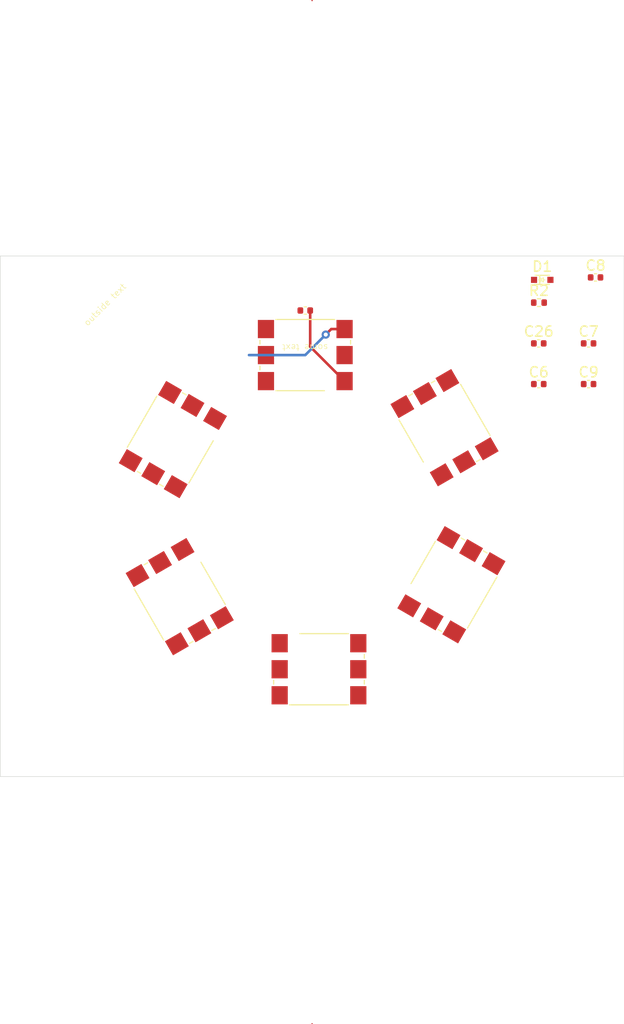
<source format=kicad_pcb>
(kicad_pcb (version 20221018) (generator pcbnew)
  (layers (0 "F.Cu" signal) (1 "In1.Cu" signal) (2 "In2.Cu" signal) (31 "B.Cu" signal) (34 "B.Paste" user) (35 "F.Paste" user) (36 "B.SilkS" user "B.Silkscreen") (37 "F.SilkS" user "F.Silkscreen") (38 "B.Mask" user) (39 "F.Mask" user) (44 "Edge.Cuts" user))
  (net 0 "")
  (net 1 "/SWs/DI")
  (net 2 "GND")
  (net 3 "+5V")
  (net 4 "/SWs/BI")
  (net 5 "/SWs/BO")
  (net 6 "/SWs/DO")
  (net 7 "/SWs1/DO")
  (net 8 "/SWs1/BO")
  (net 9 "/SWs2/BO")
  (net 10 "/SWs2/DO")
  (net 11 "/SWs4/DO")
  (net 12 "/SWs4/BO")
  (net 13 "/SWs5/BO")
  (net 14 "/SWs5/DO")
  (net 15 "/SWs3/DO")
  (net 16 "/SWs3/BO")
  (footprint "Transformer_SMD:Pulse_PA2004NL" (layer "F.Cu") (at 0.67 15.33)
    (fp_text reference "SW4" hide)
    (fp_text value "SW_DIP_x03")
    (fp_line (start -4.43 1.07) (end -4.43 1.45) (stroke (width 0.12)) (layer "F.SilkS"))
    (fp_line (start -2.87 3.475) (end 2.87 3.475) (stroke (width 0.12)) (layer "F.SilkS"))
    (fp_line (start -1.87 -3.475) (end 2.87 -3.475) (stroke (width 0.12)) (layer "F.SilkS"))
    (fp_line (start 4.43 -1.45) (end 4.43 -1.07) (stroke (width 0.12)) (layer "F.SilkS"))
    (fp_line (start 4.43 1.45) (end 4.43 1.07) (stroke (width 0.12)) (layer "F.SilkS"))
    (pad "1" smd rect (at -3.8425 -2.54) (size 1.585 1.78) (layers "F.Cu" "F.Paste" "F.Mask") (net 3 "+5V"))
    (pad "2" smd rect (at -3.8425 0) (size 1.585 1.78) (layers "F.Cu" "F.Paste" "F.Mask") (net 15 "/SWs3/DO"))
    (pad "3" smd rect (at -3.8425 2.54) (size 1.585 1.78) (layers "F.Cu" "F.Paste" "F.Mask") (net 16 "/SWs3/BO"))
    (pad "4" smd rect (at 3.8425 2.54) (size 1.585 1.78) (layers "F.Cu" "F.Paste" "F.Mask") (net 2 "GND"))
    (pad "5" smd rect (at 3.8425 0) (size 1.585 1.78) (layers "F.Cu" "F.Paste" "F.Mask") (net 12 "/SWs4/BO"))
    (pad "6" smd rect (at 3.8425 -2.54) (size 1.585 1.78) (layers "F.Cu" "F.Paste" "F.Mask") (net 11 "/SWs4/DO"))
  )
  (footprint "Transformer_SMD:Pulse_PA2004NL" (layer "F.Cu") (at 12.941169 -8.245237 120)
    (fp_text reference "SW6" hide)
    (fp_text value "SW_DIP_x03")
    (fp_line (start -4.43 1.07) (end -4.43 1.45) (stroke (width 0.12)) (layer "F.SilkS"))
    (fp_line (start -2.87 3.475) (end 2.87 3.475) (stroke (width 0.12)) (layer "F.SilkS"))
    (fp_line (start -1.87 -3.475) (end 2.87 -3.475) (stroke (width 0.12)) (layer "F.SilkS"))
    (fp_line (start 4.43 -1.45) (end 4.43 -1.07) (stroke (width 0.12)) (layer "F.SilkS"))
    (fp_line (start 4.43 1.45) (end 4.43 1.07) (stroke (width 0.12)) (layer "F.SilkS"))
    (pad "1" smd rect (at -3.8425 -2.54 120) (size 1.585 1.78) (layers "F.Cu" "F.Paste" "F.Mask") (net 3 "+5V"))
    (pad "2" smd rect (at -3.8425 0 120) (size 1.585 1.78) (layers "F.Cu" "F.Paste" "F.Mask") (net 6 "/SWs/DO"))
    (pad "3" smd rect (at -3.8425 2.54 120) (size 1.585 1.78) (layers "F.Cu" "F.Paste" "F.Mask") (net 5 "/SWs/BO"))
    (pad "4" smd rect (at 3.8425 2.54 120) (size 1.585 1.78) (layers "F.Cu" "F.Paste" "F.Mask") (net 2 "GND"))
    (pad "5" smd rect (at 3.8425 0 120) (size 1.585 1.78) (layers "F.Cu" "F.Paste" "F.Mask") (net 8 "/SWs1/BO"))
    (pad "6" smd rect (at 3.8425 -2.54 120) (size 1.585 1.78) (layers "F.Cu" "F.Paste" "F.Mask") (net 7 "/SWs1/DO"))
  )
  (footprint "Capacitor_SMD:C_0402_1005Metric" (layer "F.Cu") (at 27.02 -12.5)
    (fp_text reference "C9" (at 0 -1.16) (layer "F.SilkS"))
    (fp_text value "100nF")
    (fp_line (start -0.107836 -0.36) (end 0.107836 -0.36) (stroke (width 0.12)) (layer "F.SilkS"))
    (fp_line (start -0.107836 0.36) (end 0.107836 0.36) (stroke (width 0.12)) (layer "F.SilkS"))
    (pad "1" smd roundrect (at -0.48 0) (size 0.56 0.62) (layers "F.Cu" "F.Paste" "F.Mask") (net 2 "GND"))
    (pad "2" smd roundrect (at 0.48 0) (size 0.56 0.62) (layers "F.Cu" "F.Paste" "F.Mask") (net 3 "+5V"))
  )
  (footprint "Transformer_SMD:Pulse_PA2004NL" (layer "F.Cu") (at -0.67 -15.33 180)
    (fp_text reference "SW1" hide)
    (fp_text value "SW_DIP_x03")
    (fp_line (start -4.43 1.07) (end -4.43 1.45) (stroke (width 0.12)) (layer "F.SilkS"))
    (fp_line (start -2.87 3.475) (end 2.87 3.475) (stroke (width 0.12)) (layer "F.SilkS"))
    (fp_line (start -1.87 -3.475) (end 2.87 -3.475) (stroke (width 0.12)) (layer "F.SilkS"))
    (fp_line (start 4.43 -1.45) (end 4.43 -1.07) (stroke (width 0.12)) (layer "F.SilkS"))
    (fp_line (start 4.43 1.45) (end 4.43 1.07) (stroke (width 0.12)) (layer "F.SilkS"))
    (pad "1" smd rect (at -3.8425 -2.54 180) (size 1.585 1.78) (layers "F.Cu" "F.Paste" "F.Mask") (net 3 "+5V"))
    (pad "2" smd rect (at -3.8425 0 180) (size 1.585 1.78) (layers "F.Cu" "F.Paste" "F.Mask") (net 1 "/SWs/DI"))
    (pad "3" smd rect (at -3.8425 2.54 180) (size 1.585 1.78) (layers "F.Cu" "F.Paste" "F.Mask") (net 4 "/SWs/BI"))
    (pad "4" smd rect (at 3.8425 2.54 180) (size 1.585 1.78) (layers "F.Cu" "F.Paste" "F.Mask") (net 2 "GND"))
    (pad "5" smd rect (at 3.8425 0 180) (size 1.585 1.78) (layers "F.Cu" "F.Paste" "F.Mask") (net 5 "/SWs/BO"))
    (pad "6" smd rect (at 3.8425 -2.54 180) (size 1.585 1.78) (layers "F.Cu" "F.Paste" "F.Mask") (net 6 "/SWs/DO"))
  )
  (footprint "Transformer_SMD:Pulse_PA2004NL" (layer "F.Cu") (at -12.941169 8.245237 -60)
    (fp_text reference "SW3" hide)
    (fp_text value "SW_DIP_x03")
    (fp_line (start -4.43 1.07) (end -4.43 1.45) (stroke (width 0.12)) (layer "F.SilkS"))
    (fp_line (start -2.87 3.475) (end 2.87 3.475) (stroke (width 0.12)) (layer "F.SilkS"))
    (fp_line (start -1.87 -3.475) (end 2.87 -3.475) (stroke (width 0.12)) (layer "F.SilkS"))
    (fp_line (start 4.43 -1.45) (end 4.43 -1.07) (stroke (width 0.12)) (layer "F.SilkS"))
    (fp_line (start 4.43 1.45) (end 4.43 1.07) (stroke (width 0.12)) (layer "F.SilkS"))
    (pad "1" smd rect (at -3.8425 -2.54 300) (size 1.585 1.78) (layers "F.Cu" "F.Paste" "F.Mask") (net 3 "+5V"))
    (pad "2" smd rect (at -3.8425 0 300) (size 1.585 1.78) (layers "F.Cu" "F.Paste" "F.Mask") (net 11 "/SWs4/DO"))
    (pad "3" smd rect (at -3.8425 2.54 300) (size 1.585 1.78) (layers "F.Cu" "F.Paste" "F.Mask") (net 12 "/SWs4/BO"))
    (pad "4" smd rect (at 3.8425 2.54 300) (size 1.585 1.78) (layers "F.Cu" "F.Paste" "F.Mask") (net 2 "GND"))
    (pad "5" smd rect (at 3.8425 0 300) (size 1.585 1.78) (layers "F.Cu" "F.Paste" "F.Mask") (net 13 "/SWs5/BO"))
    (pad "6" smd rect (at 3.8425 -2.54 300) (size 1.585 1.78) (layers "F.Cu" "F.Paste" "F.Mask") (net 14 "/SWs5/DO"))
  )
  (footprint "Capacitor_SMD:C_0402_1005Metric" (layer "F.Cu") (at -0.67 -19.68)
    (fp_text reference "C2" hide)
    (fp_text value "100nF")
    (fp_line (start -0.107836 -0.36) (end 0.107836 -0.36) (stroke (width 0.12)) (layer "F.SilkS"))
    (fp_line (start -0.107836 0.36) (end 0.107836 0.36) (stroke (width 0.12)) (layer "F.SilkS"))
    (pad "1" smd roundrect (at -0.48 0) (size 0.56 0.62) (layers "F.Cu" "F.Paste" "F.Mask") (net 2 "GND"))
    (pad "2" smd roundrect (at 0.48 0) (size 0.56 0.62) (layers "F.Cu" "F.Paste" "F.Mask") (net 3 "+5V"))
  )
  (footprint "Capacitor_SMD:C_0402_1005Metric" (layer "F.Cu") (at 22.15 -12.5)
    (fp_text reference "C6" (at 0 -1.16) (layer "F.SilkS"))
    (fp_text value "100nF")
    (fp_line (start -0.107836 -0.36) (end 0.107836 -0.36) (stroke (width 0.12)) (layer "F.SilkS"))
    (fp_line (start -0.107836 0.36) (end 0.107836 0.36) (stroke (width 0.12)) (layer "F.SilkS"))
    (pad "1" smd roundrect (at -0.48 0) (size 0.56 0.62) (layers "F.Cu" "F.Paste" "F.Mask") (net 2 "GND"))
    (pad "2" smd roundrect (at 0.48 0) (size 0.56 0.62) (layers "F.Cu" "F.Paste" "F.Mask") (net 3 "+5V"))
  )
  (footprint "Capacitor_SMD:C_0402_1005Metric" (layer "F.Cu") (at 27.7 -22.91)
    (fp_text reference "C8" (at 0 -1.16) (layer "F.SilkS"))
    (fp_text value "100nF")
    (fp_line (start -0.107836 -0.36) (end 0.107836 -0.36) (stroke (width 0.12)) (layer "F.SilkS"))
    (fp_line (start -0.107836 0.36) (end 0.107836 0.36) (stroke (width 0.12)) (layer "F.SilkS"))
    (pad "1" smd roundrect (at -0.48 0) (size 0.56 0.62) (layers "F.Cu" "F.Paste" "F.Mask") (net 2 "GND"))
    (pad "2" smd roundrect (at 0.48 0) (size 0.56 0.62) (layers "F.Cu" "F.Paste" "F.Mask") (net 3 "+5V"))
  )
  (footprint "Resistor_SMD:R_0402_1005Metric" (layer "F.Cu") (at 22.17 -20.45)
    (fp_text reference "R2" (at 0 -1.17) (layer "F.SilkS"))
    (fp_text value "1kΩ")
    (fp_line (start -0.153641 -0.38) (end 0.153641 -0.38) (stroke (width 0.12)) (layer "F.SilkS"))
    (fp_line (start -0.153641 0.38) (end 0.153641 0.38) (stroke (width 0.12)) (layer "F.SilkS"))
    (pad "1" smd roundrect (at -0.51 0) (size 0.54 0.64) (layers "F.Cu" "F.Paste" "F.Mask") (net 1 "/SWs/DI"))
    (pad "2" smd roundrect (at 0.51 0) (size 0.54 0.64) (layers "F.Cu" "F.Paste" "F.Mask") (net 3 "+5V"))
  )
  (footprint "Capacitor_SMD:C_0402_1005Metric" (layer "F.Cu") (at 22.15 -16.47)
    (fp_text reference "C26" (at 0 -1.16) (layer "F.SilkS"))
    (fp_text value "100nF")
    (fp_line (start -0.107836 -0.36) (end 0.107836 -0.36) (stroke (width 0.12)) (layer "F.SilkS"))
    (fp_line (start -0.107836 0.36) (end 0.107836 0.36) (stroke (width 0.12)) (layer "F.SilkS"))
    (pad "1" smd roundrect (at -0.48 0) (size 0.56 0.62) (layers "F.Cu" "F.Paste" "F.Mask") (net 2 "GND"))
    (pad "2" smd roundrect (at 0.48 0) (size 0.56 0.62) (layers "F.Cu" "F.Paste" "F.Mask") (net 3 "+5V"))
  )
  (footprint "Transformer_SMD:Pulse_PA2004NL" (layer "F.Cu") (at 13.611169 7.084763 60)
    (fp_text reference "SW5" hide)
    (fp_text value "SW_DIP_x03")
    (fp_line (start -4.43 1.07) (end -4.43 1.45) (stroke (width 0.12)) (layer "F.SilkS"))
    (fp_line (start -2.87 3.475) (end 2.87 3.475) (stroke (width 0.12)) (layer "F.SilkS"))
    (fp_line (start -1.87 -3.475) (end 2.87 -3.475) (stroke (width 0.12)) (layer "F.SilkS"))
    (fp_line (start 4.43 -1.45) (end 4.43 -1.07) (stroke (width 0.12)) (layer "F.SilkS"))
    (fp_line (start 4.43 1.45) (end 4.43 1.07) (stroke (width 0.12)) (layer "F.SilkS"))
    (pad "1" smd rect (at -3.8425 -2.54 60) (size 1.585 1.78) (layers "F.Cu" "F.Paste" "F.Mask") (net 3 "+5V"))
    (pad "2" smd rect (at -3.8425 0 60) (size 1.585 1.78) (layers "F.Cu" "F.Paste" "F.Mask") (net 10 "/SWs2/DO"))
    (pad "3" smd rect (at -3.8425 2.54 60) (size 1.585 1.78) (layers "F.Cu" "F.Paste" "F.Mask") (net 9 "/SWs2/BO"))
    (pad "4" smd rect (at 3.8425 2.54 60) (size 1.585 1.78) (layers "F.Cu" "F.Paste" "F.Mask") (net 2 "GND"))
    (pad "5" smd rect (at 3.8425 0 60) (size 1.585 1.78) (layers "F.Cu" "F.Paste" "F.Mask") (net 16 "/SWs3/BO"))
    (pad "6" smd rect (at 3.8425 -2.54 60) (size 1.585 1.78) (layers "F.Cu" "F.Paste" "F.Mask") (net 15 "/SWs3/DO"))
  )
  (footprint "Alex_ICs:D_SOD-523_withFiducial" (layer "F.Cu") (at 22.49 -22.67)
    (fp_text reference "D1" (at 0 -1.3) (layer "F.SilkS"))
    (fp_text value "D,1N4148WT")
    (fp_line (start -0.254 -0.381) (end -0.254 0.381) (stroke (width 0.1397)) (layer "F.SilkS"))
    (fp_line (start -0.2 0) (end -0.35 0) (stroke (width 0.1)) (layer "F.SilkS"))
    (fp_line (start -0.2 0) (end 0.1 0.2) (stroke (width 0.1)) (layer "F.SilkS"))
    (fp_line (start -0.2 0.2) (end -0.2 -0.2) (stroke (width 0.1)) (layer "F.SilkS"))
    (fp_line (start 0.1 -0.2) (end -0.2 0) (stroke (width 0.1)) (layer "F.SilkS"))
    (fp_line (start 0.1 0) (end 0.25 0) (stroke (width 0.1)) (layer "F.SilkS"))
    (fp_line (start 0.1 0.2) (end 0.1 -0.2) (stroke (width 0.1)) (layer "F.SilkS"))
    (fp_line (start 0.6985 -0.4445) (end -0.7 -0.4445) (stroke (width 0.12)) (layer "F.SilkS"))
    (fp_line (start 0.6985 0.4445) (end -0.7 0.4445) (stroke (width 0.12)) (layer "F.SilkS"))
    (pad "1" smd rect (at -0.8 0 180) (size 0.6 0.6) (layers "F.Cu" "F.Paste" "F.Mask") (net 1 "/SWs/DI"))
    (pad "2" smd rect (at 0.8 0 180) (size 0.6 0.6) (layers "F.Cu" "F.Paste" "F.Mask") (net 2 "GND"))
  )
  (footprint "Capacitor_SMD:C_0402_1005Metric" (layer "F.Cu") (at 27.02 -16.47)
    (fp_text reference "C7" (at 0 -1.16) (layer "F.SilkS"))
    (fp_text value "100nF")
    (fp_line (start -0.107836 -0.36) (end 0.107836 -0.36) (stroke (width 0.12)) (layer "F.SilkS"))
    (fp_line (start -0.107836 0.36) (end 0.107836 0.36) (stroke (width 0.12)) (layer "F.SilkS"))
    (pad "1" smd roundrect (at -0.48 0) (size 0.56 0.62) (layers "F.Cu" "F.Paste" "F.Mask") (net 2 "GND"))
    (pad "2" smd roundrect (at 0.48 0) (size 0.56 0.62) (layers "F.Cu" "F.Paste" "F.Mask") (net 3 "+5V"))
  )
  (footprint "Transformer_SMD:Pulse_PA2004NL" (layer "F.Cu") (at -13.611169 -7.084763 -120)
    (fp_text reference "SW2" hide)
    (fp_text value "SW_DIP_x03")
    (fp_line (start -4.43 1.07) (end -4.43 1.45) (stroke (width 0.12)) (layer "F.SilkS"))
    (fp_line (start -2.87 3.475) (end 2.87 3.475) (stroke (width 0.12)) (layer "F.SilkS"))
    (fp_line (start -1.87 -3.475) (end 2.87 -3.475) (stroke (width 0.12)) (layer "F.SilkS"))
    (fp_line (start 4.43 -1.45) (end 4.43 -1.07) (stroke (width 0.12)) (layer "F.SilkS"))
    (fp_line (start 4.43 1.45) (end 4.43 1.07) (stroke (width 0.12)) (layer "F.SilkS"))
    (pad "1" smd rect (at -3.8425 -2.54 240) (size 1.585 1.78) (layers "F.Cu" "F.Paste" "F.Mask") (net 3 "+5V"))
    (pad "2" smd rect (at -3.8425 0 240) (size 1.585 1.78) (layers "F.Cu" "F.Paste" "F.Mask") (net 7 "/SWs1/DO"))
    (pad "3" smd rect (at -3.8425 2.54 240) (size 1.585 1.78) (layers "F.Cu" "F.Paste" "F.Mask") (net 8 "/SWs1/BO"))
    (pad "4" smd rect (at 3.8425 2.54 240) (size 1.585 1.78) (layers "F.Cu" "F.Paste" "F.Mask") (net 2 "GND"))
    (pad "5" smd rect (at 3.8425 0 240) (size 1.585 1.78) (layers "F.Cu" "F.Paste" "F.Mask") (net 9 "/SWs2/BO"))
    (pad "6" smd rect (at 3.8425 -2.54 240) (size 1.585 1.78) (layers "F.Cu" "F.Paste" "F.Mask") (net 10 "/SWs2/DO"))
  )
  (gr_line (start 0 49.933292) (end 0 49.933292) (stroke (width 0.1)) (layer "F.Cu"))
  (gr_line (start 0 49.933292) (end 0 49.933292) (stroke (width 0.1)) (layer "F.Cu"))
  (gr_line (start 0 -49.933292) (end 0 -49.933292) (stroke (width 0.1)) (layer "F.Cu"))
  (gr_line (start 0 -49.933292) (end 0 -49.933292) (stroke (width 0.1)) (layer "F.Cu"))
  (gr_line (start 0 49.933292) (end 0 49.933292) (stroke (width 0.1)) (layer "F.Cu"))
  (gr_line (start 0 49.933292) (end 0 49.933292) (stroke (width 0.1)) (layer "F.Cu"))
  (gr_line (start 0 49.933292) (end 0 49.933292) (stroke (width 0.1)) (layer "F.Cu"))
  (gr_line (start 0 49.933292) (end 0 49.933292) (stroke (width 0.1)) (layer "F.Cu"))
  (gr_line (start 0 49.933292) (end 0 49.933292) (stroke (width 0.1)) (layer "F.Cu"))
  (gr_line (start 0 -49.933292) (end 0 -49.933292) (stroke (width 0.1)) (layer "F.Cu"))
  (gr_line (start 0 -49.933292) (end 0 -49.933292) (stroke (width 0.1)) (layer "F.Cu"))
  (gr_line (start 0 -49.933292) (end 0 -49.933292) (stroke (width 0.1)) (layer "F.Cu"))
  (gr_line (start 0 49.933292) (end 0 49.933292) (stroke (width 0.1)) (layer "F.Cu"))
  (gr_line (start 0 49.933292) (end 0 49.933292) (stroke (width 0.1)) (layer "F.Cu"))
  (gr_line (start 0 -49.933292) (end 0 -49.933292) (stroke (width 0.1)) (layer "F.Cu"))
  (gr_line (start 0 49.933292) (end 0 49.933292) (stroke (width 0.1)) (layer "F.Cu"))
  (gr_line (start 0 -49.933292) (end 0 -49.933292) (stroke (width 0.1)) (layer "F.Cu"))
  (gr_line (start 0 49.933292) (end 0 49.933292) (stroke (width 0.1)) (layer "F.Cu"))
  (gr_line (start 0 49.933292) (end 0 49.933292) (stroke (width 0.1)) (layer "F.Cu"))
  (gr_line (start 0 -49.933292) (end 0 -49.933292) (stroke (width 0.1)) (layer "F.Cu"))
  (gr_line (start 0 -49.933292) (end 0 -49.933292) (stroke (width 0.1)) (layer "F.Cu"))
  (gr_line (start 0 -49.933292) (end 0 -49.933292) (stroke (width 0.1)) (layer "F.Cu"))
  (gr_line (start 0 49.933292) (end 0 49.933292) (stroke (width 0.1)) (layer "F.Cu"))
  (gr_line (start 0 -49.933292) (end 0 -49.933292) (stroke (width 0.1)) (layer "F.Cu"))
  (gr_line (start 0 49.933292) (end 0 49.933292) (stroke (width 0.1)) (layer "F.Cu"))
  (gr_line (start 0 49.933292) (end 0 49.933292) (stroke (width 0.1)) (layer "F.Cu"))
  (gr_line (start 0 -49.933292) (end 0 -49.933292) (stroke (width 0.1)) (layer "F.Cu"))
  (gr_line (start 0 -49.933292) (end 0 -49.933292) (stroke (width 0.1)) (layer "F.Cu"))
  (gr_line (start 0 -49.933292) (end 0 -49.933292) (stroke (width 0.1)) (layer "F.Cu"))
  (gr_line (start 0 -49.933292) (end 0 -49.933292) (stroke (width 0.1)) (layer "F.Cu"))
  (gr_line (start 0 49.933292) (end 0 49.933292) (stroke (width 0.1)) (layer "F.Cu"))
  (gr_line (start 0 -49.933292) (end 0 -49.933292) (stroke (width 0.1)) (layer "F.Cu"))
  (gr_rect (start -30.48 -25) (end 30.48 25.8) (stroke (width 0.05)) (fill none) (layer "Edge.Cuts"))
  (gr_text "outside text" (at -20 -20 45) (layer "F.SilkS") (effects (font (size 0.6 0.6) (thickness 0.06)) (justify bottom)))
  (gr_text "some text" (at -0.68 -16.43 180) (layer "F.SilkS") (effects (font (size 0.6 0.6) (thickness 0.06)) (justify bottom)))
  (segment (start -0.19 -16.1525) (end -0.19 -19.68) (width 0.254) (layer "F.Cu") (net 3))
  (segment (start 3.1725 -12.79) (end -0.19 -16.1525) (width 0.254) (layer "F.Cu") (net 3))
  (segment (start 3.1725 -17.87) (end 1.87 -17.87) (width 0.254) (layer "F.Cu") (net 4))
  (segment (start 1.87 -17.87) (end 1.33 -17.33) (width 0.254) (layer "F.Cu") (net 4))
  (via (at 1.33 -17.33) (size 0.8) (drill 0.4) (layers "F.Cu" "B.Cu") (net 4))
  (segment (start -0.67 -15.33) (end -6.17 -15.33) (width 0.254) (layer "B.Cu") (net 4))
  (segment (start 1.33 -17.33) (end -0.67 -15.33) (width 0.254) (layer "B.Cu") (net 4))
)
</source>
